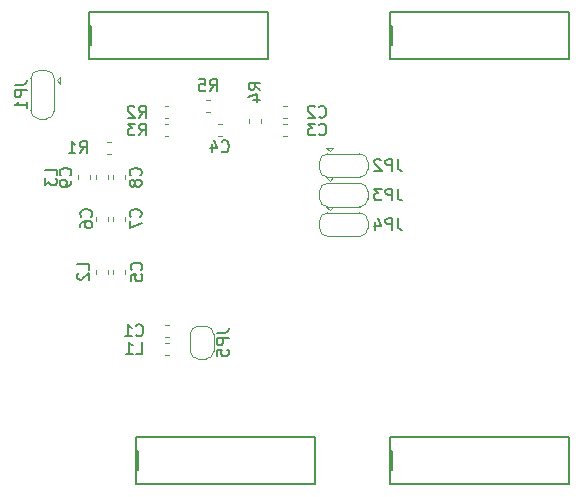
<source format=gbr>
G04 #@! TF.GenerationSoftware,KiCad,Pcbnew,(5.1.2-1)-1*
G04 #@! TF.CreationDate,2020-04-01T22:22:55+05:30*
G04 #@! TF.ProjectId,Alchitry_HDMI_Shield,416c6368-6974-4727-995f-48444d495f53,rev?*
G04 #@! TF.SameCoordinates,Original*
G04 #@! TF.FileFunction,Legend,Bot*
G04 #@! TF.FilePolarity,Positive*
%FSLAX46Y46*%
G04 Gerber Fmt 4.6, Leading zero omitted, Abs format (unit mm)*
G04 Created by KiCad (PCBNEW (5.1.2-1)-1) date 2020-04-01 22:22:55*
%MOMM*%
%LPD*%
G04 APERTURE LIST*
%ADD10C,0.127000*%
%ADD11C,0.120000*%
%ADD12C,0.150000*%
G04 APERTURE END LIST*
D10*
X35100000Y-53300000D02*
X34900000Y-53300000D01*
X35100000Y-51700000D02*
X35100000Y-53300000D01*
X34900000Y-51700000D02*
X35100000Y-51700000D01*
X50100000Y-54500000D02*
X50100000Y-50500000D01*
X34900000Y-54500000D02*
X50100000Y-54500000D01*
X34900000Y-53300000D02*
X34900000Y-54500000D01*
X34900000Y-51700000D02*
X34900000Y-53300000D01*
X34900000Y-50500000D02*
X34900000Y-51700000D01*
X50100000Y-50500000D02*
X34900000Y-50500000D01*
X56600000Y-53300000D02*
X56400000Y-53300000D01*
X56600000Y-51700000D02*
X56600000Y-53300000D01*
X56400000Y-51700000D02*
X56600000Y-51700000D01*
X71600000Y-54500000D02*
X71600000Y-50500000D01*
X56400000Y-54500000D02*
X71600000Y-54500000D01*
X56400000Y-53300000D02*
X56400000Y-54500000D01*
X56400000Y-51700000D02*
X56400000Y-53300000D01*
X56400000Y-50500000D02*
X56400000Y-51700000D01*
X71600000Y-50500000D02*
X56400000Y-50500000D01*
X31100000Y-17300000D02*
X30900000Y-17300000D01*
X31100000Y-15700000D02*
X31100000Y-17300000D01*
X30900000Y-15700000D02*
X31100000Y-15700000D01*
X46100000Y-18500000D02*
X46100000Y-14500000D01*
X30900000Y-18500000D02*
X46100000Y-18500000D01*
X30900000Y-17300000D02*
X30900000Y-18500000D01*
X30900000Y-15700000D02*
X30900000Y-17300000D01*
X30900000Y-14500000D02*
X30900000Y-15700000D01*
X46100000Y-14500000D02*
X30900000Y-14500000D01*
X56600000Y-17300000D02*
X56400000Y-17300000D01*
X56600000Y-15700000D02*
X56600000Y-17300000D01*
X56400000Y-15700000D02*
X56600000Y-15700000D01*
X71600000Y-18500000D02*
X71600000Y-14500000D01*
X56400000Y-18500000D02*
X71600000Y-18500000D01*
X56400000Y-17300000D02*
X56400000Y-18500000D01*
X56400000Y-15700000D02*
X56400000Y-17300000D01*
X56400000Y-14500000D02*
X56400000Y-15700000D01*
X71600000Y-14500000D02*
X56400000Y-14500000D01*
D11*
X40837221Y-21990000D02*
X41162779Y-21990000D01*
X40837221Y-23010000D02*
X41162779Y-23010000D01*
X44490000Y-23875279D02*
X44490000Y-23549721D01*
X45510000Y-23875279D02*
X45510000Y-23549721D01*
X37662779Y-25010000D02*
X37337221Y-25010000D01*
X37662779Y-23990000D02*
X37337221Y-23990000D01*
X37662779Y-23510000D02*
X37337221Y-23510000D01*
X37662779Y-22490000D02*
X37337221Y-22490000D01*
X32453733Y-25490000D02*
X32796267Y-25490000D01*
X32453733Y-26510000D02*
X32796267Y-26510000D01*
X31010000Y-28328733D02*
X31010000Y-28671267D01*
X29990000Y-28328733D02*
X29990000Y-28671267D01*
X31490000Y-36671267D02*
X31490000Y-36328733D01*
X32510000Y-36671267D02*
X32510000Y-36328733D01*
X37328733Y-42490000D02*
X37671267Y-42490000D01*
X37328733Y-43510000D02*
X37671267Y-43510000D01*
X41500000Y-43200000D02*
X41500000Y-41800000D01*
X40800000Y-41100000D02*
X40200000Y-41100000D01*
X39500000Y-41800000D02*
X39500000Y-43200000D01*
X40200000Y-43900000D02*
X40800000Y-43900000D01*
X40800000Y-43900000D02*
G75*
G03X41500000Y-43200000I0J700000D01*
G01*
X39500000Y-43200000D02*
G75*
G03X40200000Y-43900000I700000J0D01*
G01*
X40200000Y-41100000D02*
G75*
G03X39500000Y-41800000I0J-700000D01*
G01*
X41500000Y-41800000D02*
G75*
G03X40800000Y-41100000I-700000J0D01*
G01*
X50450000Y-32800000D02*
G75*
G03X51150000Y-33500000I700000J0D01*
G01*
X51150000Y-31500000D02*
G75*
G03X50450000Y-32200000I0J-700000D01*
G01*
X54550000Y-32200000D02*
G75*
G03X53850000Y-31500000I-700000J0D01*
G01*
X53850000Y-33500000D02*
G75*
G03X54550000Y-32800000I0J700000D01*
G01*
X51100000Y-33500000D02*
X53900000Y-33500000D01*
X54550000Y-32800000D02*
X54550000Y-32200000D01*
X53900000Y-31500000D02*
X51100000Y-31500000D01*
X50450000Y-32200000D02*
X50450000Y-32800000D01*
X51300000Y-31300000D02*
X51000000Y-31000000D01*
X51000000Y-31000000D02*
X51600000Y-31000000D01*
X51300000Y-31300000D02*
X51600000Y-31000000D01*
X50450000Y-30300000D02*
G75*
G03X51150000Y-31000000I700000J0D01*
G01*
X51150000Y-29000000D02*
G75*
G03X50450000Y-29700000I0J-700000D01*
G01*
X54550000Y-29700000D02*
G75*
G03X53850000Y-29000000I-700000J0D01*
G01*
X53850000Y-31000000D02*
G75*
G03X54550000Y-30300000I0J700000D01*
G01*
X51100000Y-31000000D02*
X53900000Y-31000000D01*
X54550000Y-30300000D02*
X54550000Y-29700000D01*
X53900000Y-29000000D02*
X51100000Y-29000000D01*
X50450000Y-29700000D02*
X50450000Y-30300000D01*
X51300000Y-28800000D02*
X51000000Y-28500000D01*
X51000000Y-28500000D02*
X51600000Y-28500000D01*
X51300000Y-28800000D02*
X51600000Y-28500000D01*
X50450000Y-27800000D02*
G75*
G03X51150000Y-28500000I700000J0D01*
G01*
X51150000Y-26500000D02*
G75*
G03X50450000Y-27200000I0J-700000D01*
G01*
X54550000Y-27200000D02*
G75*
G03X53850000Y-26500000I-700000J0D01*
G01*
X53850000Y-28500000D02*
G75*
G03X54550000Y-27800000I0J700000D01*
G01*
X51100000Y-28500000D02*
X53900000Y-28500000D01*
X54550000Y-27800000D02*
X54550000Y-27200000D01*
X53900000Y-26500000D02*
X51100000Y-26500000D01*
X50450000Y-27200000D02*
X50450000Y-27800000D01*
X51300000Y-26300000D02*
X51000000Y-26000000D01*
X51000000Y-26000000D02*
X51600000Y-26000000D01*
X51300000Y-26300000D02*
X51600000Y-26000000D01*
X26700000Y-19450000D02*
G75*
G03X26000000Y-20150000I0J-700000D01*
G01*
X28000000Y-20150000D02*
G75*
G03X27300000Y-19450000I-700000J0D01*
G01*
X27300000Y-23550000D02*
G75*
G03X28000000Y-22850000I0J700000D01*
G01*
X26000000Y-22850000D02*
G75*
G03X26700000Y-23550000I700000J0D01*
G01*
X26000000Y-20100000D02*
X26000000Y-22900000D01*
X26700000Y-23550000D02*
X27300000Y-23550000D01*
X28000000Y-22900000D02*
X28000000Y-20100000D01*
X27300000Y-19450000D02*
X26700000Y-19450000D01*
X28200000Y-20300000D02*
X28500000Y-20000000D01*
X28500000Y-20000000D02*
X28500000Y-20600000D01*
X28200000Y-20300000D02*
X28500000Y-20600000D01*
X31490000Y-28671267D02*
X31490000Y-28328733D01*
X32510000Y-28671267D02*
X32510000Y-28328733D01*
X32990000Y-28671267D02*
X32990000Y-28328733D01*
X34010000Y-28671267D02*
X34010000Y-28328733D01*
X32990000Y-32171267D02*
X32990000Y-31828733D01*
X34010000Y-32171267D02*
X34010000Y-31828733D01*
X31490000Y-32171267D02*
X31490000Y-31828733D01*
X32510000Y-32171267D02*
X32510000Y-31828733D01*
X34010000Y-36328733D02*
X34010000Y-36671267D01*
X32990000Y-36328733D02*
X32990000Y-36671267D01*
X41828733Y-23990000D02*
X42171267Y-23990000D01*
X41828733Y-25010000D02*
X42171267Y-25010000D01*
X47328733Y-23990000D02*
X47671267Y-23990000D01*
X47328733Y-25010000D02*
X47671267Y-25010000D01*
X47328733Y-22490000D02*
X47671267Y-22490000D01*
X47328733Y-23510000D02*
X47671267Y-23510000D01*
X37671267Y-40990000D02*
X37328733Y-40990000D01*
X37671267Y-42010000D02*
X37328733Y-42010000D01*
D12*
X41166666Y-21202380D02*
X41500000Y-20726190D01*
X41738095Y-21202380D02*
X41738095Y-20202380D01*
X41357142Y-20202380D01*
X41261904Y-20250000D01*
X41214285Y-20297619D01*
X41166666Y-20392857D01*
X41166666Y-20535714D01*
X41214285Y-20630952D01*
X41261904Y-20678571D01*
X41357142Y-20726190D01*
X41738095Y-20726190D01*
X40261904Y-20202380D02*
X40738095Y-20202380D01*
X40785714Y-20678571D01*
X40738095Y-20630952D01*
X40642857Y-20583333D01*
X40404761Y-20583333D01*
X40309523Y-20630952D01*
X40261904Y-20678571D01*
X40214285Y-20773809D01*
X40214285Y-21011904D01*
X40261904Y-21107142D01*
X40309523Y-21154761D01*
X40404761Y-21202380D01*
X40642857Y-21202380D01*
X40738095Y-21154761D01*
X40785714Y-21107142D01*
X45452380Y-21083333D02*
X44976190Y-20750000D01*
X45452380Y-20511904D02*
X44452380Y-20511904D01*
X44452380Y-20892857D01*
X44500000Y-20988095D01*
X44547619Y-21035714D01*
X44642857Y-21083333D01*
X44785714Y-21083333D01*
X44880952Y-21035714D01*
X44928571Y-20988095D01*
X44976190Y-20892857D01*
X44976190Y-20511904D01*
X44785714Y-21940476D02*
X45452380Y-21940476D01*
X44404761Y-21702380D02*
X45119047Y-21464285D01*
X45119047Y-22083333D01*
X35166666Y-24952380D02*
X35500000Y-24476190D01*
X35738095Y-24952380D02*
X35738095Y-23952380D01*
X35357142Y-23952380D01*
X35261904Y-24000000D01*
X35214285Y-24047619D01*
X35166666Y-24142857D01*
X35166666Y-24285714D01*
X35214285Y-24380952D01*
X35261904Y-24428571D01*
X35357142Y-24476190D01*
X35738095Y-24476190D01*
X34833333Y-23952380D02*
X34214285Y-23952380D01*
X34547619Y-24333333D01*
X34404761Y-24333333D01*
X34309523Y-24380952D01*
X34261904Y-24428571D01*
X34214285Y-24523809D01*
X34214285Y-24761904D01*
X34261904Y-24857142D01*
X34309523Y-24904761D01*
X34404761Y-24952380D01*
X34690476Y-24952380D01*
X34785714Y-24904761D01*
X34833333Y-24857142D01*
X35166666Y-23452380D02*
X35500000Y-22976190D01*
X35738095Y-23452380D02*
X35738095Y-22452380D01*
X35357142Y-22452380D01*
X35261904Y-22500000D01*
X35214285Y-22547619D01*
X35166666Y-22642857D01*
X35166666Y-22785714D01*
X35214285Y-22880952D01*
X35261904Y-22928571D01*
X35357142Y-22976190D01*
X35738095Y-22976190D01*
X34785714Y-22547619D02*
X34738095Y-22500000D01*
X34642857Y-22452380D01*
X34404761Y-22452380D01*
X34309523Y-22500000D01*
X34261904Y-22547619D01*
X34214285Y-22642857D01*
X34214285Y-22738095D01*
X34261904Y-22880952D01*
X34833333Y-23452380D01*
X34214285Y-23452380D01*
X30166666Y-26452380D02*
X30500000Y-25976190D01*
X30738095Y-26452380D02*
X30738095Y-25452380D01*
X30357142Y-25452380D01*
X30261904Y-25500000D01*
X30214285Y-25547619D01*
X30166666Y-25642857D01*
X30166666Y-25785714D01*
X30214285Y-25880952D01*
X30261904Y-25928571D01*
X30357142Y-25976190D01*
X30738095Y-25976190D01*
X29214285Y-26452380D02*
X29785714Y-26452380D01*
X29500000Y-26452380D02*
X29500000Y-25452380D01*
X29595238Y-25595238D01*
X29690476Y-25690476D01*
X29785714Y-25738095D01*
X28202380Y-28333333D02*
X28202380Y-27857142D01*
X27202380Y-27857142D01*
X27202380Y-28571428D02*
X27202380Y-29190476D01*
X27583333Y-28857142D01*
X27583333Y-29000000D01*
X27630952Y-29095238D01*
X27678571Y-29142857D01*
X27773809Y-29190476D01*
X28011904Y-29190476D01*
X28107142Y-29142857D01*
X28154761Y-29095238D01*
X28202380Y-29000000D01*
X28202380Y-28714285D01*
X28154761Y-28619047D01*
X28107142Y-28571428D01*
X30952380Y-36333333D02*
X30952380Y-35857142D01*
X29952380Y-35857142D01*
X30047619Y-36619047D02*
X30000000Y-36666666D01*
X29952380Y-36761904D01*
X29952380Y-37000000D01*
X30000000Y-37095238D01*
X30047619Y-37142857D01*
X30142857Y-37190476D01*
X30238095Y-37190476D01*
X30380952Y-37142857D01*
X30952380Y-36571428D01*
X30952380Y-37190476D01*
X34916666Y-43452380D02*
X35392857Y-43452380D01*
X35392857Y-42452380D01*
X34059523Y-43452380D02*
X34630952Y-43452380D01*
X34345238Y-43452380D02*
X34345238Y-42452380D01*
X34440476Y-42595238D01*
X34535714Y-42690476D01*
X34630952Y-42738095D01*
X41752380Y-41666666D02*
X42466666Y-41666666D01*
X42609523Y-41619047D01*
X42704761Y-41523809D01*
X42752380Y-41380952D01*
X42752380Y-41285714D01*
X42752380Y-42142857D02*
X41752380Y-42142857D01*
X41752380Y-42523809D01*
X41800000Y-42619047D01*
X41847619Y-42666666D01*
X41942857Y-42714285D01*
X42085714Y-42714285D01*
X42180952Y-42666666D01*
X42228571Y-42619047D01*
X42276190Y-42523809D01*
X42276190Y-42142857D01*
X41752380Y-43619047D02*
X41752380Y-43142857D01*
X42228571Y-43095238D01*
X42180952Y-43142857D01*
X42133333Y-43238095D01*
X42133333Y-43476190D01*
X42180952Y-43571428D01*
X42228571Y-43619047D01*
X42323809Y-43666666D01*
X42561904Y-43666666D01*
X42657142Y-43619047D01*
X42704761Y-43571428D01*
X42752380Y-43476190D01*
X42752380Y-43238095D01*
X42704761Y-43142857D01*
X42657142Y-43095238D01*
X57083333Y-31952380D02*
X57083333Y-32666666D01*
X57130952Y-32809523D01*
X57226190Y-32904761D01*
X57369047Y-32952380D01*
X57464285Y-32952380D01*
X56607142Y-32952380D02*
X56607142Y-31952380D01*
X56226190Y-31952380D01*
X56130952Y-32000000D01*
X56083333Y-32047619D01*
X56035714Y-32142857D01*
X56035714Y-32285714D01*
X56083333Y-32380952D01*
X56130952Y-32428571D01*
X56226190Y-32476190D01*
X56607142Y-32476190D01*
X55178571Y-32285714D02*
X55178571Y-32952380D01*
X55416666Y-31904761D02*
X55654761Y-32619047D01*
X55035714Y-32619047D01*
X57083333Y-29452380D02*
X57083333Y-30166666D01*
X57130952Y-30309523D01*
X57226190Y-30404761D01*
X57369047Y-30452380D01*
X57464285Y-30452380D01*
X56607142Y-30452380D02*
X56607142Y-29452380D01*
X56226190Y-29452380D01*
X56130952Y-29500000D01*
X56083333Y-29547619D01*
X56035714Y-29642857D01*
X56035714Y-29785714D01*
X56083333Y-29880952D01*
X56130952Y-29928571D01*
X56226190Y-29976190D01*
X56607142Y-29976190D01*
X55702380Y-29452380D02*
X55083333Y-29452380D01*
X55416666Y-29833333D01*
X55273809Y-29833333D01*
X55178571Y-29880952D01*
X55130952Y-29928571D01*
X55083333Y-30023809D01*
X55083333Y-30261904D01*
X55130952Y-30357142D01*
X55178571Y-30404761D01*
X55273809Y-30452380D01*
X55559523Y-30452380D01*
X55654761Y-30404761D01*
X55702380Y-30357142D01*
X57083333Y-26952380D02*
X57083333Y-27666666D01*
X57130952Y-27809523D01*
X57226190Y-27904761D01*
X57369047Y-27952380D01*
X57464285Y-27952380D01*
X56607142Y-27952380D02*
X56607142Y-26952380D01*
X56226190Y-26952380D01*
X56130952Y-27000000D01*
X56083333Y-27047619D01*
X56035714Y-27142857D01*
X56035714Y-27285714D01*
X56083333Y-27380952D01*
X56130952Y-27428571D01*
X56226190Y-27476190D01*
X56607142Y-27476190D01*
X55654761Y-27047619D02*
X55607142Y-27000000D01*
X55511904Y-26952380D01*
X55273809Y-26952380D01*
X55178571Y-27000000D01*
X55130952Y-27047619D01*
X55083333Y-27142857D01*
X55083333Y-27238095D01*
X55130952Y-27380952D01*
X55702380Y-27952380D01*
X55083333Y-27952380D01*
X24652380Y-20666666D02*
X25366666Y-20666666D01*
X25509523Y-20619047D01*
X25604761Y-20523809D01*
X25652380Y-20380952D01*
X25652380Y-20285714D01*
X25652380Y-21142857D02*
X24652380Y-21142857D01*
X24652380Y-21523809D01*
X24700000Y-21619047D01*
X24747619Y-21666666D01*
X24842857Y-21714285D01*
X24985714Y-21714285D01*
X25080952Y-21666666D01*
X25128571Y-21619047D01*
X25176190Y-21523809D01*
X25176190Y-21142857D01*
X25652380Y-22666666D02*
X25652380Y-22095238D01*
X25652380Y-22380952D02*
X24652380Y-22380952D01*
X24795238Y-22285714D01*
X24890476Y-22190476D01*
X24938095Y-22095238D01*
X29357142Y-28333333D02*
X29404761Y-28285714D01*
X29452380Y-28142857D01*
X29452380Y-28047619D01*
X29404761Y-27904761D01*
X29309523Y-27809523D01*
X29214285Y-27761904D01*
X29023809Y-27714285D01*
X28880952Y-27714285D01*
X28690476Y-27761904D01*
X28595238Y-27809523D01*
X28500000Y-27904761D01*
X28452380Y-28047619D01*
X28452380Y-28142857D01*
X28500000Y-28285714D01*
X28547619Y-28333333D01*
X29452380Y-28809523D02*
X29452380Y-29000000D01*
X29404761Y-29095238D01*
X29357142Y-29142857D01*
X29214285Y-29238095D01*
X29023809Y-29285714D01*
X28642857Y-29285714D01*
X28547619Y-29238095D01*
X28500000Y-29190476D01*
X28452380Y-29095238D01*
X28452380Y-28904761D01*
X28500000Y-28809523D01*
X28547619Y-28761904D01*
X28642857Y-28714285D01*
X28880952Y-28714285D01*
X28976190Y-28761904D01*
X29023809Y-28809523D01*
X29071428Y-28904761D01*
X29071428Y-29095238D01*
X29023809Y-29190476D01*
X28976190Y-29238095D01*
X28880952Y-29285714D01*
X35287142Y-28333333D02*
X35334761Y-28285714D01*
X35382380Y-28142857D01*
X35382380Y-28047619D01*
X35334761Y-27904761D01*
X35239523Y-27809523D01*
X35144285Y-27761904D01*
X34953809Y-27714285D01*
X34810952Y-27714285D01*
X34620476Y-27761904D01*
X34525238Y-27809523D01*
X34430000Y-27904761D01*
X34382380Y-28047619D01*
X34382380Y-28142857D01*
X34430000Y-28285714D01*
X34477619Y-28333333D01*
X34810952Y-28904761D02*
X34763333Y-28809523D01*
X34715714Y-28761904D01*
X34620476Y-28714285D01*
X34572857Y-28714285D01*
X34477619Y-28761904D01*
X34430000Y-28809523D01*
X34382380Y-28904761D01*
X34382380Y-29095238D01*
X34430000Y-29190476D01*
X34477619Y-29238095D01*
X34572857Y-29285714D01*
X34620476Y-29285714D01*
X34715714Y-29238095D01*
X34763333Y-29190476D01*
X34810952Y-29095238D01*
X34810952Y-28904761D01*
X34858571Y-28809523D01*
X34906190Y-28761904D01*
X35001428Y-28714285D01*
X35191904Y-28714285D01*
X35287142Y-28761904D01*
X35334761Y-28809523D01*
X35382380Y-28904761D01*
X35382380Y-29095238D01*
X35334761Y-29190476D01*
X35287142Y-29238095D01*
X35191904Y-29285714D01*
X35001428Y-29285714D01*
X34906190Y-29238095D01*
X34858571Y-29190476D01*
X34810952Y-29095238D01*
X35287142Y-31833333D02*
X35334761Y-31785714D01*
X35382380Y-31642857D01*
X35382380Y-31547619D01*
X35334761Y-31404761D01*
X35239523Y-31309523D01*
X35144285Y-31261904D01*
X34953809Y-31214285D01*
X34810952Y-31214285D01*
X34620476Y-31261904D01*
X34525238Y-31309523D01*
X34430000Y-31404761D01*
X34382380Y-31547619D01*
X34382380Y-31642857D01*
X34430000Y-31785714D01*
X34477619Y-31833333D01*
X34382380Y-32166666D02*
X34382380Y-32833333D01*
X35382380Y-32404761D01*
X31107142Y-31833333D02*
X31154761Y-31785714D01*
X31202380Y-31642857D01*
X31202380Y-31547619D01*
X31154761Y-31404761D01*
X31059523Y-31309523D01*
X30964285Y-31261904D01*
X30773809Y-31214285D01*
X30630952Y-31214285D01*
X30440476Y-31261904D01*
X30345238Y-31309523D01*
X30250000Y-31404761D01*
X30202380Y-31547619D01*
X30202380Y-31642857D01*
X30250000Y-31785714D01*
X30297619Y-31833333D01*
X30202380Y-32690476D02*
X30202380Y-32500000D01*
X30250000Y-32404761D01*
X30297619Y-32357142D01*
X30440476Y-32261904D01*
X30630952Y-32214285D01*
X31011904Y-32214285D01*
X31107142Y-32261904D01*
X31154761Y-32309523D01*
X31202380Y-32404761D01*
X31202380Y-32595238D01*
X31154761Y-32690476D01*
X31107142Y-32738095D01*
X31011904Y-32785714D01*
X30773809Y-32785714D01*
X30678571Y-32738095D01*
X30630952Y-32690476D01*
X30583333Y-32595238D01*
X30583333Y-32404761D01*
X30630952Y-32309523D01*
X30678571Y-32261904D01*
X30773809Y-32214285D01*
X35357142Y-36333333D02*
X35404761Y-36285714D01*
X35452380Y-36142857D01*
X35452380Y-36047619D01*
X35404761Y-35904761D01*
X35309523Y-35809523D01*
X35214285Y-35761904D01*
X35023809Y-35714285D01*
X34880952Y-35714285D01*
X34690476Y-35761904D01*
X34595238Y-35809523D01*
X34500000Y-35904761D01*
X34452380Y-36047619D01*
X34452380Y-36142857D01*
X34500000Y-36285714D01*
X34547619Y-36333333D01*
X34452380Y-37238095D02*
X34452380Y-36761904D01*
X34928571Y-36714285D01*
X34880952Y-36761904D01*
X34833333Y-36857142D01*
X34833333Y-37095238D01*
X34880952Y-37190476D01*
X34928571Y-37238095D01*
X35023809Y-37285714D01*
X35261904Y-37285714D01*
X35357142Y-37238095D01*
X35404761Y-37190476D01*
X35452380Y-37095238D01*
X35452380Y-36857142D01*
X35404761Y-36761904D01*
X35357142Y-36714285D01*
X42166666Y-26287142D02*
X42214285Y-26334761D01*
X42357142Y-26382380D01*
X42452380Y-26382380D01*
X42595238Y-26334761D01*
X42690476Y-26239523D01*
X42738095Y-26144285D01*
X42785714Y-25953809D01*
X42785714Y-25810952D01*
X42738095Y-25620476D01*
X42690476Y-25525238D01*
X42595238Y-25430000D01*
X42452380Y-25382380D01*
X42357142Y-25382380D01*
X42214285Y-25430000D01*
X42166666Y-25477619D01*
X41309523Y-25715714D02*
X41309523Y-26382380D01*
X41547619Y-25334761D02*
X41785714Y-26049047D01*
X41166666Y-26049047D01*
X50416666Y-24857142D02*
X50464285Y-24904761D01*
X50607142Y-24952380D01*
X50702380Y-24952380D01*
X50845238Y-24904761D01*
X50940476Y-24809523D01*
X50988095Y-24714285D01*
X51035714Y-24523809D01*
X51035714Y-24380952D01*
X50988095Y-24190476D01*
X50940476Y-24095238D01*
X50845238Y-24000000D01*
X50702380Y-23952380D01*
X50607142Y-23952380D01*
X50464285Y-24000000D01*
X50416666Y-24047619D01*
X50083333Y-23952380D02*
X49464285Y-23952380D01*
X49797619Y-24333333D01*
X49654761Y-24333333D01*
X49559523Y-24380952D01*
X49511904Y-24428571D01*
X49464285Y-24523809D01*
X49464285Y-24761904D01*
X49511904Y-24857142D01*
X49559523Y-24904761D01*
X49654761Y-24952380D01*
X49940476Y-24952380D01*
X50035714Y-24904761D01*
X50083333Y-24857142D01*
X50416666Y-23357142D02*
X50464285Y-23404761D01*
X50607142Y-23452380D01*
X50702380Y-23452380D01*
X50845238Y-23404761D01*
X50940476Y-23309523D01*
X50988095Y-23214285D01*
X51035714Y-23023809D01*
X51035714Y-22880952D01*
X50988095Y-22690476D01*
X50940476Y-22595238D01*
X50845238Y-22500000D01*
X50702380Y-22452380D01*
X50607142Y-22452380D01*
X50464285Y-22500000D01*
X50416666Y-22547619D01*
X50035714Y-22547619D02*
X49988095Y-22500000D01*
X49892857Y-22452380D01*
X49654761Y-22452380D01*
X49559523Y-22500000D01*
X49511904Y-22547619D01*
X49464285Y-22642857D01*
X49464285Y-22738095D01*
X49511904Y-22880952D01*
X50083333Y-23452380D01*
X49464285Y-23452380D01*
X34916666Y-41857142D02*
X34964285Y-41904761D01*
X35107142Y-41952380D01*
X35202380Y-41952380D01*
X35345238Y-41904761D01*
X35440476Y-41809523D01*
X35488095Y-41714285D01*
X35535714Y-41523809D01*
X35535714Y-41380952D01*
X35488095Y-41190476D01*
X35440476Y-41095238D01*
X35345238Y-41000000D01*
X35202380Y-40952380D01*
X35107142Y-40952380D01*
X34964285Y-41000000D01*
X34916666Y-41047619D01*
X33964285Y-41952380D02*
X34535714Y-41952380D01*
X34250000Y-41952380D02*
X34250000Y-40952380D01*
X34345238Y-41095238D01*
X34440476Y-41190476D01*
X34535714Y-41238095D01*
M02*

</source>
